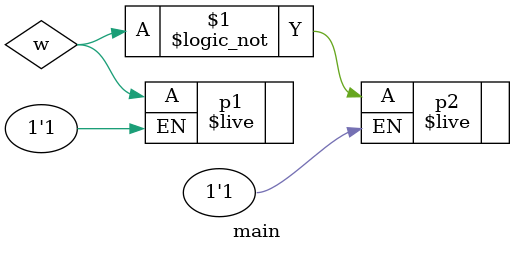
<source format=sv>
module main;
  wire w;
  p1: assert property (s_eventually w);
  p2: assert property (s_eventually !w);
endmodule

</source>
